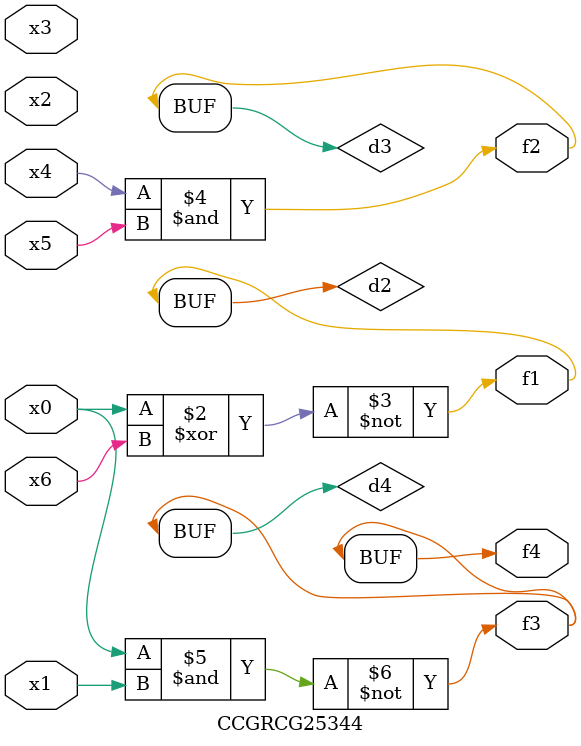
<source format=v>
module CCGRCG25344(
	input x0, x1, x2, x3, x4, x5, x6,
	output f1, f2, f3, f4
);

	wire d1, d2, d3, d4;

	nor (d1, x0);
	xnor (d2, x0, x6);
	and (d3, x4, x5);
	nand (d4, x0, x1);
	assign f1 = d2;
	assign f2 = d3;
	assign f3 = d4;
	assign f4 = d4;
endmodule

</source>
